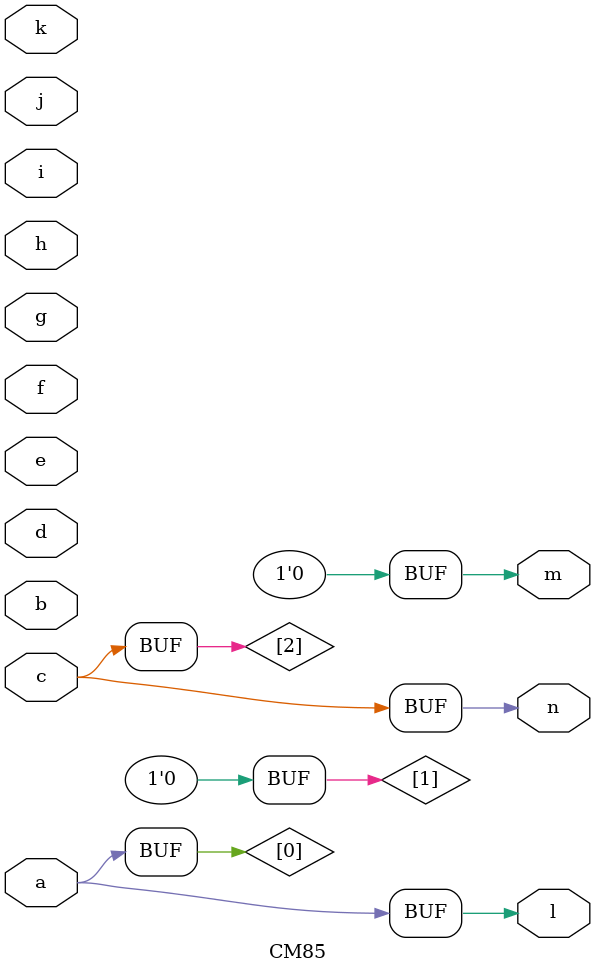
<source format=v>
/* Generated by Yosys 0.9 (git sha1 1979e0b1, gcc 8.3.0-6 -fPIC -Os) */

(* src = "LGSynth91/cm85a_orig.v:2" *)
(* top =  1  *)
module CM85(a, b, c, d, e, f, g, h, i, j, k, l, m, n);
  wire _00_;
  wire _01_;
  wire _02_;
  wire _03_;
  wire _04_;
  wire _05_;
  (* src = "LGSynth91/cm85a_orig.v:19" *)
  wire \[0] ;
  (* src = "LGSynth91/cm85a_orig.v:19" *)
  wire \[1] ;
  (* src = "LGSynth91/cm85a_orig.v:19" *)
  wire \[2] ;
  (* src = "LGSynth91/cm85a_orig.v:3" *)
  input a;
  (* src = "LGSynth91/cm85a_orig.v:3" *)
  input b;
  (* src = "LGSynth91/cm85a_orig.v:3" *)
  input c;
  (* src = "LGSynth91/cm85a_orig.v:3" *)
  input d;
  (* src = "LGSynth91/cm85a_orig.v:3" *)
  input e;
  (* src = "LGSynth91/cm85a_orig.v:3" *)
  input f;
  (* src = "LGSynth91/cm85a_orig.v:3" *)
  input g;
  (* src = "LGSynth91/cm85a_orig.v:3" *)
  input h;
  (* src = "LGSynth91/cm85a_orig.v:3" *)
  input i;
  (* src = "LGSynth91/cm85a_orig.v:3" *)
  input j;
  (* src = "LGSynth91/cm85a_orig.v:3" *)
  input k;
  (* src = "LGSynth91/cm85a_orig.v:15" *)
  output l;
  (* src = "LGSynth91/cm85a_orig.v:15" *)
  output m;
  (* src = "LGSynth91/cm85a_orig.v:15" *)
  output n;
  assign _04_ = _02_ & _00_;
  assign _05_ = _03_ & _01_;
  assign _02_ = ~1'h0;
  assign l = ~_04_;
  assign _00_ = ~a;
  assign _03_ = ~1'h0;
  assign n = ~_05_;
  assign _01_ = ~c;
  assign \[0]  = l;
  assign \[1]  = 1'h0;
  assign \[2]  = n;
  assign m = 1'h0;
endmodule

</source>
